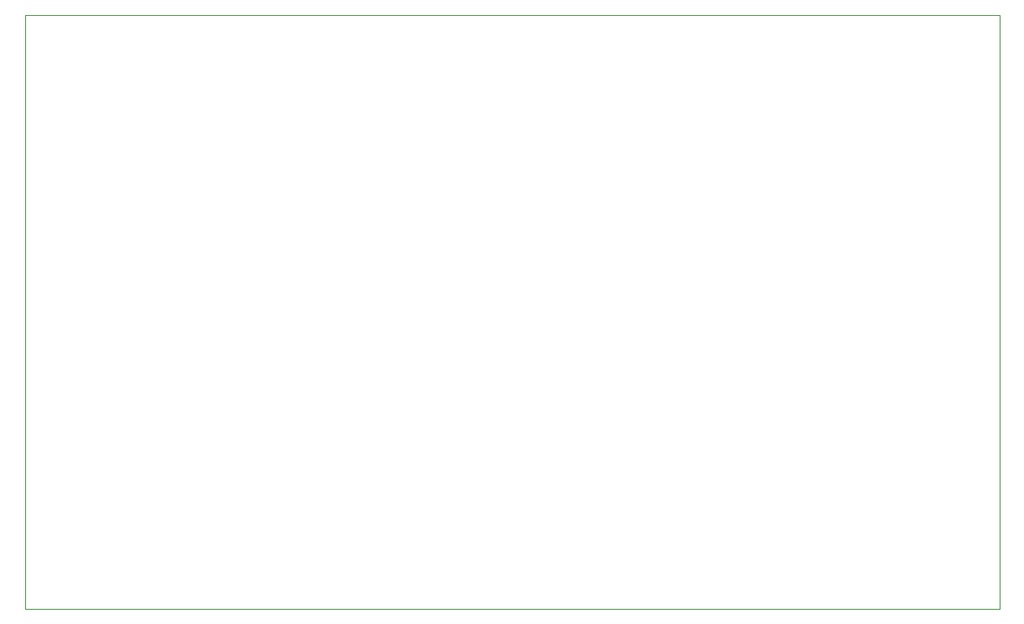
<source format=gbr>
%TF.GenerationSoftware,KiCad,Pcbnew,7.0.9*%
%TF.CreationDate,2023-12-24T18:07:12-08:00*%
%TF.ProjectId,RatatoulliBoard,52617461-746f-4756-9c6c-69426f617264,rev?*%
%TF.SameCoordinates,Original*%
%TF.FileFunction,Profile,NP*%
%FSLAX46Y46*%
G04 Gerber Fmt 4.6, Leading zero omitted, Abs format (unit mm)*
G04 Created by KiCad (PCBNEW 7.0.9) date 2023-12-24 18:07:12*
%MOMM*%
%LPD*%
G01*
G04 APERTURE LIST*
%TA.AperFunction,Profile*%
%ADD10C,0.100000*%
%TD*%
G04 APERTURE END LIST*
D10*
X135636000Y-94488000D02*
X37338000Y-94488000D01*
X37338000Y-34544000D01*
X135636000Y-34544000D01*
X135636000Y-94488000D01*
M02*

</source>
